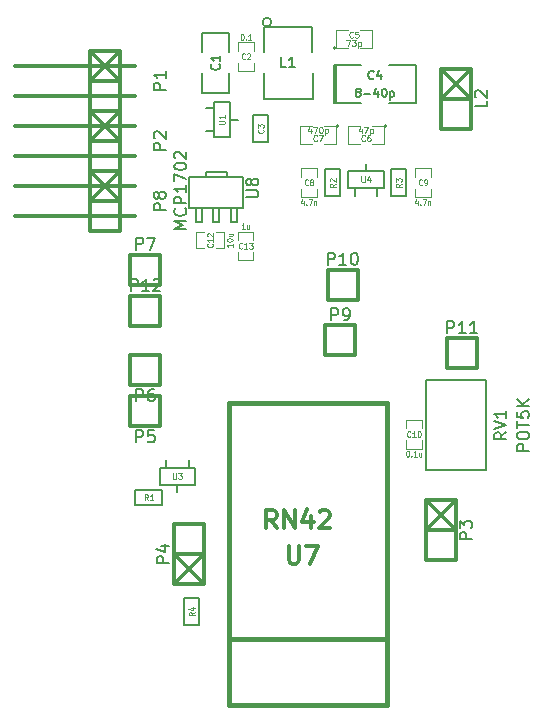
<source format=gto>
G04 (created by PCBNEW (2013-mar-13)-testing) date Fri 28 Feb 2014 04:48:04 PM CET*
%MOIN*%
G04 Gerber Fmt 3.4, Leading zero omitted, Abs format*
%FSLAX34Y34*%
G01*
G70*
G90*
G04 APERTURE LIST*
%ADD10C,0.005906*%
%ADD11C,0.005000*%
%ADD12C,0.004700*%
%ADD13C,0.003900*%
%ADD14C,0.012000*%
%ADD15C,0.015000*%
%ADD16C,0.004500*%
%ADD17C,0.004300*%
%ADD18C,0.008000*%
%ADD19C,0.007900*%
G04 APERTURE END LIST*
G54D10*
G54D11*
X43550Y-16509D02*
X42650Y-16509D01*
X42650Y-16509D02*
X42650Y-17159D01*
X43550Y-17859D02*
X43550Y-18509D01*
X43550Y-18509D02*
X42650Y-18509D01*
X42650Y-18509D02*
X42650Y-17859D01*
X43550Y-17159D02*
X43550Y-16509D01*
G54D12*
X43844Y-17506D02*
X43844Y-17781D01*
X43844Y-17112D02*
X43844Y-16837D01*
X44356Y-17506D02*
X44356Y-17781D01*
X44356Y-16837D02*
X44356Y-17112D01*
X44350Y-17781D02*
X43850Y-17781D01*
X43850Y-16837D02*
X44350Y-16837D01*
G54D11*
X44850Y-19259D02*
X44850Y-20159D01*
X44850Y-20159D02*
X44350Y-20159D01*
X44350Y-20159D02*
X44350Y-19259D01*
X44350Y-19259D02*
X44850Y-19259D01*
G54D10*
X47100Y-17579D02*
X47100Y-18839D01*
X49778Y-17579D02*
X49778Y-18839D01*
X47022Y-17579D02*
X47022Y-18839D01*
X48871Y-18841D02*
X49771Y-18841D01*
X49771Y-17577D02*
X48871Y-17577D01*
X47927Y-17579D02*
X47022Y-17579D01*
X47022Y-18839D02*
X47927Y-18839D01*
G54D13*
X47100Y-17009D02*
G75*
G03X47100Y-17009I-50J0D01*
G74*
G01*
X47500Y-17009D02*
X47100Y-17009D01*
X47100Y-17009D02*
X47100Y-16409D01*
X47100Y-16409D02*
X47500Y-16409D01*
X47900Y-16409D02*
X48300Y-16409D01*
X48300Y-16409D02*
X48300Y-17009D01*
X48300Y-17009D02*
X47900Y-17009D01*
X48800Y-19609D02*
G75*
G03X48800Y-19609I-50J0D01*
G74*
G01*
X48300Y-19609D02*
X48700Y-19609D01*
X48700Y-19609D02*
X48700Y-20209D01*
X48700Y-20209D02*
X48300Y-20209D01*
X47900Y-20209D02*
X47500Y-20209D01*
X47500Y-20209D02*
X47500Y-19609D01*
X47500Y-19609D02*
X47900Y-19609D01*
X47200Y-19609D02*
G75*
G03X47200Y-19609I-50J0D01*
G74*
G01*
X46700Y-19609D02*
X47100Y-19609D01*
X47100Y-19609D02*
X47100Y-20209D01*
X47100Y-20209D02*
X46700Y-20209D01*
X46300Y-20209D02*
X45900Y-20209D01*
X45900Y-20209D02*
X45900Y-19609D01*
X45900Y-19609D02*
X46300Y-19609D01*
G54D12*
X46456Y-21312D02*
X46456Y-21037D01*
X46456Y-21706D02*
X46456Y-21981D01*
X45944Y-21312D02*
X45944Y-21037D01*
X45944Y-21981D02*
X45944Y-21706D01*
X45950Y-21037D02*
X46450Y-21037D01*
X46450Y-21981D02*
X45950Y-21981D01*
X50256Y-21312D02*
X50256Y-21037D01*
X50256Y-21706D02*
X50256Y-21981D01*
X49744Y-21312D02*
X49744Y-21037D01*
X49744Y-21981D02*
X49744Y-21706D01*
X49750Y-21037D02*
X50250Y-21037D01*
X50250Y-21981D02*
X49750Y-21981D01*
X49956Y-29703D02*
X49956Y-29428D01*
X49956Y-30097D02*
X49956Y-30372D01*
X49444Y-29703D02*
X49444Y-29428D01*
X49444Y-30372D02*
X49444Y-30097D01*
X49450Y-29428D02*
X49950Y-29428D01*
X49950Y-30372D02*
X49450Y-30372D01*
X42716Y-23169D02*
X42441Y-23169D01*
X43110Y-23169D02*
X43385Y-23169D01*
X42716Y-23681D02*
X42441Y-23681D01*
X43385Y-23681D02*
X43110Y-23681D01*
X42441Y-23675D02*
X42441Y-23175D01*
X43385Y-23175D02*
X43385Y-23675D01*
X43838Y-23819D02*
X43838Y-24094D01*
X43838Y-23425D02*
X43838Y-23150D01*
X44350Y-23819D02*
X44350Y-24094D01*
X44350Y-23150D02*
X44350Y-23425D01*
X44344Y-24094D02*
X43844Y-24094D01*
X43844Y-23150D02*
X44344Y-23150D01*
G54D11*
X44950Y-16159D02*
G75*
G03X44950Y-16159I-150J0D01*
G74*
G01*
X46300Y-17159D02*
X46300Y-16309D01*
X46300Y-16309D02*
X44700Y-16309D01*
X44700Y-16309D02*
X44700Y-17159D01*
X46350Y-17859D02*
X46350Y-18709D01*
X46350Y-18709D02*
X44700Y-18709D01*
X44700Y-18709D02*
X44700Y-17859D01*
G54D14*
X51600Y-18709D02*
X50600Y-18709D01*
X50600Y-18709D02*
X51600Y-17709D01*
X50600Y-17709D02*
X51600Y-18709D01*
X50600Y-19709D02*
X50600Y-17709D01*
X51600Y-17709D02*
X51600Y-19709D01*
X50600Y-17709D02*
X51600Y-17709D01*
X51600Y-19709D02*
X50600Y-19709D01*
X38893Y-18110D02*
X39893Y-17110D01*
X38893Y-18110D02*
X39893Y-18110D01*
X39893Y-18110D02*
X38893Y-17110D01*
X38893Y-17110D02*
X38893Y-19110D01*
X38893Y-19110D02*
X39893Y-19110D01*
X39893Y-19110D02*
X39893Y-17110D01*
X40393Y-17610D02*
X36393Y-17610D01*
X40393Y-18610D02*
X36393Y-18610D01*
X38893Y-17110D02*
X39893Y-17110D01*
X38893Y-20118D02*
X39893Y-19118D01*
X38893Y-20118D02*
X39893Y-20118D01*
X39893Y-20118D02*
X38893Y-19118D01*
X38893Y-19118D02*
X38893Y-21118D01*
X38893Y-21118D02*
X39893Y-21118D01*
X39893Y-21118D02*
X39893Y-19118D01*
X40393Y-19618D02*
X36393Y-19618D01*
X40393Y-20618D02*
X36393Y-20618D01*
X38893Y-19118D02*
X39893Y-19118D01*
X51100Y-33100D02*
X50100Y-33100D01*
X50100Y-33100D02*
X51100Y-32100D01*
X50100Y-32100D02*
X51100Y-33100D01*
X50100Y-34100D02*
X50100Y-32100D01*
X51100Y-32100D02*
X51100Y-34100D01*
X50100Y-32100D02*
X51100Y-32100D01*
X51100Y-34100D02*
X50100Y-34100D01*
X41700Y-33900D02*
X42700Y-33900D01*
X42700Y-33900D02*
X41700Y-34900D01*
X42700Y-34900D02*
X41700Y-33900D01*
X42700Y-32900D02*
X42700Y-34900D01*
X41700Y-34900D02*
X41700Y-32900D01*
X42700Y-34900D02*
X41700Y-34900D01*
X41700Y-32900D02*
X42700Y-32900D01*
X40248Y-28633D02*
X41248Y-28633D01*
X41248Y-29633D02*
X40248Y-29633D01*
X41248Y-28633D02*
X41248Y-29633D01*
X40248Y-29633D02*
X40248Y-28633D01*
X40248Y-27255D02*
X41248Y-27255D01*
X41248Y-28255D02*
X40248Y-28255D01*
X41248Y-27255D02*
X41248Y-28255D01*
X40248Y-28255D02*
X40248Y-27255D01*
X41248Y-24909D02*
X40248Y-24909D01*
X40248Y-23909D02*
X41248Y-23909D01*
X40248Y-24909D02*
X40248Y-23909D01*
X41248Y-23909D02*
X41248Y-24909D01*
X38893Y-22125D02*
X39893Y-21125D01*
X38893Y-22125D02*
X39893Y-22125D01*
X39893Y-22125D02*
X38893Y-21125D01*
X38893Y-21125D02*
X38893Y-23125D01*
X38893Y-23125D02*
X39893Y-23125D01*
X39893Y-23125D02*
X39893Y-21125D01*
X40393Y-21625D02*
X36393Y-21625D01*
X40393Y-22625D02*
X36393Y-22625D01*
X38893Y-21125D02*
X39893Y-21125D01*
X47744Y-27271D02*
X46744Y-27271D01*
X46744Y-26271D02*
X47744Y-26271D01*
X46744Y-27271D02*
X46744Y-26271D01*
X47744Y-26271D02*
X47744Y-27271D01*
X47822Y-25421D02*
X46822Y-25421D01*
X46822Y-24421D02*
X47822Y-24421D01*
X46822Y-25421D02*
X46822Y-24421D01*
X47822Y-24421D02*
X47822Y-25421D01*
X51800Y-27700D02*
X50800Y-27700D01*
X50800Y-26700D02*
X51800Y-26700D01*
X50800Y-27700D02*
X50800Y-26700D01*
X51800Y-26700D02*
X51800Y-27700D01*
X41248Y-26287D02*
X40248Y-26287D01*
X40248Y-25287D02*
X41248Y-25287D01*
X40248Y-26287D02*
X40248Y-25287D01*
X41248Y-25287D02*
X41248Y-26287D01*
G54D11*
X40416Y-31757D02*
X41316Y-31757D01*
X41316Y-31757D02*
X41316Y-32257D01*
X41316Y-32257D02*
X40416Y-32257D01*
X40416Y-32257D02*
X40416Y-31757D01*
X46750Y-21959D02*
X46750Y-21059D01*
X46750Y-21059D02*
X47250Y-21059D01*
X47250Y-21059D02*
X47250Y-21959D01*
X47250Y-21959D02*
X46750Y-21959D01*
X48950Y-21959D02*
X48950Y-21059D01*
X48950Y-21059D02*
X49450Y-21059D01*
X49450Y-21059D02*
X49450Y-21959D01*
X49450Y-21959D02*
X48950Y-21959D01*
X42050Y-36250D02*
X42050Y-35350D01*
X42050Y-35350D02*
X42550Y-35350D01*
X42550Y-35350D02*
X42550Y-36250D01*
X42550Y-36250D02*
X42050Y-36250D01*
G54D10*
X50100Y-28100D02*
X52100Y-28100D01*
X52100Y-28100D02*
X52100Y-31100D01*
X52100Y-31100D02*
X50100Y-31100D01*
X50100Y-31100D02*
X50100Y-28100D01*
G54D11*
X43025Y-19784D02*
X42765Y-19784D01*
X43025Y-19034D02*
X42765Y-19034D01*
X43575Y-19409D02*
X43835Y-19409D01*
X43575Y-18819D02*
X43575Y-19999D01*
X43575Y-19999D02*
X43025Y-19999D01*
X43025Y-19999D02*
X43025Y-18819D01*
X43025Y-18819D02*
X43575Y-18819D01*
X41436Y-31024D02*
X41436Y-30764D01*
X42186Y-31024D02*
X42186Y-30764D01*
X41811Y-31574D02*
X41811Y-31834D01*
X42401Y-31574D02*
X41221Y-31574D01*
X41221Y-31574D02*
X41221Y-31024D01*
X41221Y-31024D02*
X42401Y-31024D01*
X42401Y-31024D02*
X42401Y-31574D01*
X48475Y-21684D02*
X48475Y-21944D01*
X47725Y-21684D02*
X47725Y-21944D01*
X48100Y-21134D02*
X48100Y-20874D01*
X47510Y-21134D02*
X48690Y-21134D01*
X48690Y-21134D02*
X48690Y-21684D01*
X48690Y-21684D02*
X47510Y-21684D01*
X47510Y-21684D02*
X47510Y-21134D01*
G54D15*
X48818Y-36732D02*
X48818Y-38937D01*
X48818Y-38937D02*
X43542Y-38937D01*
X43542Y-38937D02*
X43542Y-36732D01*
X48818Y-28858D02*
X48818Y-36732D01*
X48818Y-36732D02*
X43542Y-36732D01*
X43542Y-36732D02*
X43542Y-28858D01*
X43542Y-28858D02*
X48818Y-28858D01*
G54D11*
X43600Y-22835D02*
X43800Y-22835D01*
X43800Y-22835D02*
X43800Y-22365D01*
X43600Y-22835D02*
X43600Y-22365D01*
X43010Y-22835D02*
X43010Y-22365D01*
X43210Y-22835D02*
X43210Y-22365D01*
X43010Y-22835D02*
X43210Y-22835D01*
X42420Y-22835D02*
X42620Y-22835D01*
X42620Y-22835D02*
X42620Y-22365D01*
X42420Y-22835D02*
X42420Y-22365D01*
X42755Y-21140D02*
X43465Y-21140D01*
X43465Y-21140D02*
X43465Y-21335D01*
X42755Y-21140D02*
X42755Y-21335D01*
X42205Y-22365D02*
X42205Y-21335D01*
X42205Y-21335D02*
X44015Y-21335D01*
X44015Y-21335D02*
X44015Y-22365D01*
X44015Y-22365D02*
X42205Y-22365D01*
X43207Y-17559D02*
X43221Y-17573D01*
X43235Y-17616D01*
X43235Y-17645D01*
X43221Y-17688D01*
X43192Y-17716D01*
X43164Y-17730D01*
X43107Y-17745D01*
X43064Y-17745D01*
X43007Y-17730D01*
X42978Y-17716D01*
X42950Y-17688D01*
X42935Y-17645D01*
X42935Y-17616D01*
X42950Y-17573D01*
X42964Y-17559D01*
X43235Y-17273D02*
X43235Y-17445D01*
X43235Y-17359D02*
X42935Y-17359D01*
X42978Y-17388D01*
X43007Y-17416D01*
X43021Y-17445D01*
G54D16*
X44070Y-17380D02*
X44061Y-17390D01*
X44035Y-17399D01*
X44018Y-17399D01*
X43992Y-17390D01*
X43975Y-17371D01*
X43967Y-17352D01*
X43958Y-17314D01*
X43958Y-17285D01*
X43967Y-17247D01*
X43975Y-17228D01*
X43992Y-17209D01*
X44018Y-17199D01*
X44035Y-17199D01*
X44061Y-17209D01*
X44070Y-17218D01*
X44138Y-17218D02*
X44147Y-17209D01*
X44164Y-17199D01*
X44207Y-17199D01*
X44224Y-17209D01*
X44232Y-17218D01*
X44241Y-17238D01*
X44241Y-17257D01*
X44232Y-17285D01*
X44130Y-17399D01*
X44241Y-17399D01*
X43962Y-16549D02*
X43980Y-16549D01*
X43997Y-16559D01*
X44005Y-16568D01*
X44014Y-16588D01*
X44022Y-16626D01*
X44022Y-16673D01*
X44014Y-16711D01*
X44005Y-16730D01*
X43997Y-16740D01*
X43980Y-16749D01*
X43962Y-16749D01*
X43945Y-16740D01*
X43937Y-16730D01*
X43928Y-16711D01*
X43920Y-16673D01*
X43920Y-16626D01*
X43928Y-16588D01*
X43937Y-16568D01*
X43945Y-16559D01*
X43962Y-16549D01*
X44100Y-16730D02*
X44108Y-16740D01*
X44100Y-16749D01*
X44091Y-16740D01*
X44100Y-16730D01*
X44100Y-16749D01*
X44280Y-16749D02*
X44177Y-16749D01*
X44228Y-16749D02*
X44228Y-16549D01*
X44211Y-16578D01*
X44194Y-16597D01*
X44177Y-16607D01*
X44671Y-19739D02*
X44680Y-19748D01*
X44690Y-19773D01*
X44690Y-19790D01*
X44680Y-19816D01*
X44661Y-19833D01*
X44642Y-19842D01*
X44604Y-19850D01*
X44576Y-19850D01*
X44538Y-19842D01*
X44519Y-19833D01*
X44500Y-19816D01*
X44490Y-19790D01*
X44490Y-19773D01*
X44500Y-19748D01*
X44509Y-19739D01*
X44490Y-19679D02*
X44490Y-19568D01*
X44566Y-19628D01*
X44566Y-19602D01*
X44576Y-19585D01*
X44585Y-19576D01*
X44604Y-19568D01*
X44652Y-19568D01*
X44671Y-19576D01*
X44680Y-19585D01*
X44690Y-19602D01*
X44690Y-19653D01*
X44680Y-19670D01*
X44671Y-19679D01*
G54D11*
X48354Y-18032D02*
X48340Y-18045D01*
X48301Y-18058D01*
X48275Y-18058D01*
X48235Y-18045D01*
X48209Y-18019D01*
X48196Y-17993D01*
X48183Y-17940D01*
X48183Y-17901D01*
X48196Y-17848D01*
X48209Y-17822D01*
X48235Y-17795D01*
X48275Y-17782D01*
X48301Y-17782D01*
X48340Y-17795D01*
X48354Y-17809D01*
X48590Y-17874D02*
X48590Y-18058D01*
X48524Y-17769D02*
X48459Y-17966D01*
X48630Y-17966D01*
X47815Y-18491D02*
X47788Y-18478D01*
X47775Y-18465D01*
X47762Y-18438D01*
X47762Y-18425D01*
X47775Y-18399D01*
X47788Y-18386D01*
X47815Y-18373D01*
X47867Y-18373D01*
X47894Y-18386D01*
X47907Y-18399D01*
X47920Y-18425D01*
X47920Y-18438D01*
X47907Y-18465D01*
X47894Y-18478D01*
X47867Y-18491D01*
X47815Y-18491D01*
X47788Y-18504D01*
X47775Y-18517D01*
X47762Y-18544D01*
X47762Y-18596D01*
X47775Y-18622D01*
X47788Y-18636D01*
X47815Y-18649D01*
X47867Y-18649D01*
X47894Y-18636D01*
X47907Y-18622D01*
X47920Y-18596D01*
X47920Y-18544D01*
X47907Y-18517D01*
X47894Y-18504D01*
X47867Y-18491D01*
X48038Y-18544D02*
X48248Y-18544D01*
X48498Y-18465D02*
X48498Y-18649D01*
X48432Y-18360D02*
X48367Y-18557D01*
X48538Y-18557D01*
X48695Y-18373D02*
X48722Y-18373D01*
X48748Y-18386D01*
X48761Y-18399D01*
X48774Y-18425D01*
X48787Y-18478D01*
X48787Y-18544D01*
X48774Y-18596D01*
X48761Y-18622D01*
X48748Y-18636D01*
X48722Y-18649D01*
X48695Y-18649D01*
X48669Y-18636D01*
X48656Y-18622D01*
X48643Y-18596D01*
X48630Y-18544D01*
X48630Y-18478D01*
X48643Y-18425D01*
X48656Y-18399D01*
X48669Y-18386D01*
X48695Y-18373D01*
X48906Y-18465D02*
X48906Y-18741D01*
X48906Y-18478D02*
X48932Y-18465D01*
X48984Y-18465D01*
X49011Y-18478D01*
X49024Y-18491D01*
X49037Y-18517D01*
X49037Y-18596D01*
X49024Y-18622D01*
X49011Y-18636D01*
X48984Y-18649D01*
X48932Y-18649D01*
X48906Y-18636D01*
G54D17*
X47667Y-16654D02*
X47657Y-16664D01*
X47629Y-16673D01*
X47610Y-16673D01*
X47582Y-16664D01*
X47563Y-16645D01*
X47554Y-16626D01*
X47545Y-16589D01*
X47545Y-16560D01*
X47554Y-16523D01*
X47563Y-16504D01*
X47582Y-16485D01*
X47610Y-16476D01*
X47629Y-16476D01*
X47657Y-16485D01*
X47667Y-16495D01*
X47845Y-16476D02*
X47751Y-16476D01*
X47742Y-16570D01*
X47751Y-16560D01*
X47770Y-16551D01*
X47817Y-16551D01*
X47836Y-16560D01*
X47845Y-16570D01*
X47854Y-16589D01*
X47854Y-16636D01*
X47845Y-16654D01*
X47836Y-16664D01*
X47817Y-16673D01*
X47770Y-16673D01*
X47751Y-16664D01*
X47742Y-16654D01*
X47451Y-16751D02*
X47582Y-16751D01*
X47498Y-16948D01*
X47639Y-16751D02*
X47760Y-16751D01*
X47695Y-16826D01*
X47723Y-16826D01*
X47742Y-16835D01*
X47751Y-16845D01*
X47760Y-16864D01*
X47760Y-16911D01*
X47751Y-16929D01*
X47742Y-16939D01*
X47723Y-16948D01*
X47667Y-16948D01*
X47648Y-16939D01*
X47639Y-16929D01*
X47845Y-16817D02*
X47845Y-17014D01*
X47845Y-16826D02*
X47864Y-16817D01*
X47901Y-16817D01*
X47920Y-16826D01*
X47929Y-16835D01*
X47939Y-16854D01*
X47939Y-16911D01*
X47929Y-16929D01*
X47920Y-16939D01*
X47901Y-16948D01*
X47864Y-16948D01*
X47845Y-16939D01*
X48067Y-20104D02*
X48057Y-20114D01*
X48029Y-20123D01*
X48010Y-20123D01*
X47982Y-20114D01*
X47963Y-20095D01*
X47954Y-20076D01*
X47945Y-20039D01*
X47945Y-20010D01*
X47954Y-19973D01*
X47963Y-19954D01*
X47982Y-19935D01*
X48010Y-19926D01*
X48029Y-19926D01*
X48057Y-19935D01*
X48067Y-19945D01*
X48236Y-19926D02*
X48198Y-19926D01*
X48179Y-19935D01*
X48170Y-19945D01*
X48151Y-19973D01*
X48142Y-20010D01*
X48142Y-20086D01*
X48151Y-20104D01*
X48160Y-20114D01*
X48179Y-20123D01*
X48217Y-20123D01*
X48236Y-20114D01*
X48245Y-20104D01*
X48254Y-20086D01*
X48254Y-20039D01*
X48245Y-20020D01*
X48236Y-20010D01*
X48217Y-20001D01*
X48179Y-20001D01*
X48160Y-20010D01*
X48151Y-20020D01*
X48142Y-20039D01*
X47954Y-19717D02*
X47954Y-19848D01*
X47907Y-19642D02*
X47860Y-19782D01*
X47982Y-19782D01*
X48039Y-19651D02*
X48170Y-19651D01*
X48085Y-19848D01*
X48245Y-19717D02*
X48245Y-19914D01*
X48245Y-19726D02*
X48264Y-19717D01*
X48301Y-19717D01*
X48320Y-19726D01*
X48329Y-19735D01*
X48339Y-19754D01*
X48339Y-19811D01*
X48329Y-19829D01*
X48320Y-19839D01*
X48301Y-19848D01*
X48264Y-19848D01*
X48245Y-19839D01*
X46467Y-20104D02*
X46457Y-20114D01*
X46429Y-20123D01*
X46410Y-20123D01*
X46382Y-20114D01*
X46363Y-20095D01*
X46354Y-20076D01*
X46345Y-20039D01*
X46345Y-20010D01*
X46354Y-19973D01*
X46363Y-19954D01*
X46382Y-19935D01*
X46410Y-19926D01*
X46429Y-19926D01*
X46457Y-19935D01*
X46467Y-19945D01*
X46532Y-19926D02*
X46664Y-19926D01*
X46579Y-20123D01*
X46260Y-19717D02*
X46260Y-19848D01*
X46213Y-19642D02*
X46166Y-19782D01*
X46288Y-19782D01*
X46345Y-19651D02*
X46476Y-19651D01*
X46392Y-19848D01*
X46589Y-19651D02*
X46607Y-19651D01*
X46626Y-19660D01*
X46636Y-19670D01*
X46645Y-19689D01*
X46654Y-19726D01*
X46654Y-19773D01*
X46645Y-19811D01*
X46636Y-19829D01*
X46626Y-19839D01*
X46607Y-19848D01*
X46589Y-19848D01*
X46570Y-19839D01*
X46560Y-19829D01*
X46551Y-19811D01*
X46542Y-19773D01*
X46542Y-19726D01*
X46551Y-19689D01*
X46560Y-19670D01*
X46570Y-19660D01*
X46589Y-19651D01*
X46739Y-19717D02*
X46739Y-19914D01*
X46739Y-19726D02*
X46757Y-19717D01*
X46795Y-19717D01*
X46814Y-19726D01*
X46823Y-19735D01*
X46833Y-19754D01*
X46833Y-19811D01*
X46823Y-19829D01*
X46814Y-19839D01*
X46795Y-19848D01*
X46757Y-19848D01*
X46739Y-19839D01*
G54D16*
X46170Y-21580D02*
X46161Y-21590D01*
X46135Y-21599D01*
X46118Y-21599D01*
X46092Y-21590D01*
X46075Y-21571D01*
X46067Y-21552D01*
X46058Y-21514D01*
X46058Y-21485D01*
X46067Y-21447D01*
X46075Y-21428D01*
X46092Y-21409D01*
X46118Y-21399D01*
X46135Y-21399D01*
X46161Y-21409D01*
X46170Y-21418D01*
X46272Y-21485D02*
X46255Y-21476D01*
X46247Y-21466D01*
X46238Y-21447D01*
X46238Y-21438D01*
X46247Y-21418D01*
X46255Y-21409D01*
X46272Y-21399D01*
X46307Y-21399D01*
X46324Y-21409D01*
X46332Y-21418D01*
X46341Y-21438D01*
X46341Y-21447D01*
X46332Y-21466D01*
X46324Y-21476D01*
X46307Y-21485D01*
X46272Y-21485D01*
X46255Y-21495D01*
X46247Y-21504D01*
X46238Y-21523D01*
X46238Y-21561D01*
X46247Y-21580D01*
X46255Y-21590D01*
X46272Y-21599D01*
X46307Y-21599D01*
X46324Y-21590D01*
X46332Y-21580D01*
X46341Y-21561D01*
X46341Y-21523D01*
X46332Y-21504D01*
X46324Y-21495D01*
X46307Y-21485D01*
X46024Y-22116D02*
X46024Y-22249D01*
X45981Y-22040D02*
X45938Y-22183D01*
X46050Y-22183D01*
X46118Y-22230D02*
X46127Y-22240D01*
X46118Y-22249D01*
X46110Y-22240D01*
X46118Y-22230D01*
X46118Y-22249D01*
X46187Y-22049D02*
X46307Y-22049D01*
X46230Y-22249D01*
X46375Y-22116D02*
X46375Y-22249D01*
X46375Y-22135D02*
X46384Y-22126D01*
X46401Y-22116D01*
X46427Y-22116D01*
X46444Y-22126D01*
X46452Y-22145D01*
X46452Y-22249D01*
X49970Y-21580D02*
X49961Y-21590D01*
X49935Y-21599D01*
X49918Y-21599D01*
X49892Y-21590D01*
X49875Y-21571D01*
X49867Y-21552D01*
X49858Y-21514D01*
X49858Y-21485D01*
X49867Y-21447D01*
X49875Y-21428D01*
X49892Y-21409D01*
X49918Y-21399D01*
X49935Y-21399D01*
X49961Y-21409D01*
X49970Y-21418D01*
X50055Y-21599D02*
X50090Y-21599D01*
X50107Y-21590D01*
X50115Y-21580D01*
X50132Y-21552D01*
X50141Y-21514D01*
X50141Y-21438D01*
X50132Y-21418D01*
X50124Y-21409D01*
X50107Y-21399D01*
X50072Y-21399D01*
X50055Y-21409D01*
X50047Y-21418D01*
X50038Y-21438D01*
X50038Y-21485D01*
X50047Y-21504D01*
X50055Y-21514D01*
X50072Y-21523D01*
X50107Y-21523D01*
X50124Y-21514D01*
X50132Y-21504D01*
X50141Y-21485D01*
X49824Y-22116D02*
X49824Y-22249D01*
X49781Y-22040D02*
X49738Y-22183D01*
X49850Y-22183D01*
X49918Y-22230D02*
X49927Y-22240D01*
X49918Y-22249D01*
X49910Y-22240D01*
X49918Y-22230D01*
X49918Y-22249D01*
X49987Y-22049D02*
X50107Y-22049D01*
X50030Y-22249D01*
X50175Y-22116D02*
X50175Y-22249D01*
X50175Y-22135D02*
X50184Y-22126D01*
X50201Y-22116D01*
X50227Y-22116D01*
X50244Y-22126D01*
X50252Y-22145D01*
X50252Y-22249D01*
X49584Y-29971D02*
X49575Y-29980D01*
X49550Y-29990D01*
X49532Y-29990D01*
X49507Y-29980D01*
X49490Y-29961D01*
X49481Y-29942D01*
X49472Y-29904D01*
X49472Y-29876D01*
X49481Y-29838D01*
X49490Y-29819D01*
X49507Y-29800D01*
X49532Y-29790D01*
X49550Y-29790D01*
X49575Y-29800D01*
X49584Y-29809D01*
X49755Y-29990D02*
X49652Y-29990D01*
X49704Y-29990D02*
X49704Y-29790D01*
X49687Y-29819D01*
X49670Y-29838D01*
X49652Y-29847D01*
X49867Y-29790D02*
X49884Y-29790D01*
X49901Y-29800D01*
X49910Y-29809D01*
X49918Y-29828D01*
X49927Y-29866D01*
X49927Y-29914D01*
X49918Y-29952D01*
X49910Y-29971D01*
X49901Y-29980D01*
X49884Y-29990D01*
X49867Y-29990D01*
X49850Y-29980D01*
X49841Y-29971D01*
X49832Y-29952D01*
X49824Y-29914D01*
X49824Y-29866D01*
X49832Y-29828D01*
X49841Y-29809D01*
X49850Y-29800D01*
X49867Y-29790D01*
X49481Y-30440D02*
X49498Y-30440D01*
X49515Y-30450D01*
X49524Y-30459D01*
X49532Y-30478D01*
X49541Y-30516D01*
X49541Y-30564D01*
X49532Y-30602D01*
X49524Y-30621D01*
X49515Y-30630D01*
X49498Y-30640D01*
X49481Y-30640D01*
X49464Y-30630D01*
X49455Y-30621D01*
X49447Y-30602D01*
X49438Y-30564D01*
X49438Y-30516D01*
X49447Y-30478D01*
X49455Y-30459D01*
X49464Y-30450D01*
X49481Y-30440D01*
X49618Y-30621D02*
X49627Y-30630D01*
X49618Y-30640D01*
X49610Y-30630D01*
X49618Y-30621D01*
X49618Y-30640D01*
X49798Y-30640D02*
X49695Y-30640D01*
X49747Y-30640D02*
X49747Y-30440D01*
X49730Y-30469D01*
X49712Y-30488D01*
X49695Y-30497D01*
X49952Y-30507D02*
X49952Y-30640D01*
X49875Y-30507D02*
X49875Y-30611D01*
X49884Y-30630D01*
X49901Y-30640D01*
X49927Y-30640D01*
X49944Y-30630D01*
X49952Y-30621D01*
X42984Y-23540D02*
X42994Y-23549D01*
X43003Y-23575D01*
X43003Y-23592D01*
X42994Y-23618D01*
X42975Y-23635D01*
X42956Y-23643D01*
X42918Y-23652D01*
X42889Y-23652D01*
X42851Y-23643D01*
X42832Y-23635D01*
X42813Y-23618D01*
X42803Y-23592D01*
X42803Y-23575D01*
X42813Y-23549D01*
X42822Y-23540D01*
X43003Y-23369D02*
X43003Y-23472D01*
X43003Y-23420D02*
X42803Y-23420D01*
X42832Y-23438D01*
X42851Y-23455D01*
X42861Y-23472D01*
X42822Y-23300D02*
X42813Y-23292D01*
X42803Y-23275D01*
X42803Y-23232D01*
X42813Y-23215D01*
X42822Y-23206D01*
X42841Y-23198D01*
X42861Y-23198D01*
X42889Y-23206D01*
X43003Y-23309D01*
X43003Y-23198D01*
X43653Y-23540D02*
X43653Y-23643D01*
X43653Y-23592D02*
X43453Y-23592D01*
X43482Y-23609D01*
X43501Y-23626D01*
X43511Y-23643D01*
X43453Y-23429D02*
X43453Y-23412D01*
X43463Y-23395D01*
X43472Y-23386D01*
X43491Y-23378D01*
X43530Y-23369D01*
X43577Y-23369D01*
X43615Y-23378D01*
X43634Y-23386D01*
X43644Y-23395D01*
X43653Y-23412D01*
X43653Y-23429D01*
X43644Y-23446D01*
X43634Y-23455D01*
X43615Y-23463D01*
X43577Y-23472D01*
X43530Y-23472D01*
X43491Y-23463D01*
X43472Y-23455D01*
X43463Y-23446D01*
X43453Y-23429D01*
X43520Y-23215D02*
X43653Y-23215D01*
X43520Y-23292D02*
X43625Y-23292D01*
X43644Y-23283D01*
X43653Y-23266D01*
X43653Y-23240D01*
X43644Y-23223D01*
X43634Y-23215D01*
X43978Y-23693D02*
X43970Y-23702D01*
X43944Y-23712D01*
X43927Y-23712D01*
X43901Y-23702D01*
X43884Y-23683D01*
X43875Y-23664D01*
X43867Y-23626D01*
X43867Y-23598D01*
X43875Y-23560D01*
X43884Y-23541D01*
X43901Y-23522D01*
X43927Y-23512D01*
X43944Y-23512D01*
X43970Y-23522D01*
X43978Y-23531D01*
X44150Y-23712D02*
X44047Y-23712D01*
X44098Y-23712D02*
X44098Y-23512D01*
X44081Y-23541D01*
X44064Y-23560D01*
X44047Y-23569D01*
X44210Y-23512D02*
X44321Y-23512D01*
X44261Y-23588D01*
X44287Y-23588D01*
X44304Y-23598D01*
X44313Y-23607D01*
X44321Y-23626D01*
X44321Y-23674D01*
X44313Y-23693D01*
X44304Y-23702D01*
X44287Y-23712D01*
X44235Y-23712D01*
X44218Y-23702D01*
X44210Y-23693D01*
X44064Y-23062D02*
X43961Y-23062D01*
X44013Y-23062D02*
X44013Y-22862D01*
X43995Y-22891D01*
X43978Y-22910D01*
X43961Y-22919D01*
X44218Y-22929D02*
X44218Y-23062D01*
X44141Y-22929D02*
X44141Y-23033D01*
X44150Y-23052D01*
X44167Y-23062D01*
X44193Y-23062D01*
X44210Y-23052D01*
X44218Y-23043D01*
G54D11*
X45441Y-17667D02*
X45275Y-17667D01*
X45275Y-17317D01*
X45741Y-17667D02*
X45541Y-17667D01*
X45641Y-17667D02*
X45641Y-17317D01*
X45608Y-17367D01*
X45575Y-17401D01*
X45541Y-17417D01*
G54D18*
X52130Y-18776D02*
X52130Y-18966D01*
X51730Y-18966D01*
X51769Y-18661D02*
X51750Y-18642D01*
X51730Y-18604D01*
X51730Y-18509D01*
X51750Y-18471D01*
X51769Y-18452D01*
X51807Y-18433D01*
X51845Y-18433D01*
X51902Y-18452D01*
X52130Y-18680D01*
X52130Y-18433D01*
X41424Y-18405D02*
X41024Y-18405D01*
X41024Y-18253D01*
X41043Y-18214D01*
X41062Y-18195D01*
X41100Y-18176D01*
X41157Y-18176D01*
X41196Y-18195D01*
X41215Y-18214D01*
X41234Y-18253D01*
X41234Y-18405D01*
X41424Y-17795D02*
X41424Y-18024D01*
X41424Y-17910D02*
X41024Y-17910D01*
X41081Y-17948D01*
X41119Y-17986D01*
X41138Y-18024D01*
X41424Y-20413D02*
X41024Y-20413D01*
X41024Y-20260D01*
X41043Y-20222D01*
X41062Y-20203D01*
X41100Y-20184D01*
X41157Y-20184D01*
X41196Y-20203D01*
X41215Y-20222D01*
X41234Y-20260D01*
X41234Y-20413D01*
X41062Y-20032D02*
X41043Y-20013D01*
X41024Y-19975D01*
X41024Y-19880D01*
X41043Y-19841D01*
X41062Y-19822D01*
X41100Y-19803D01*
X41138Y-19803D01*
X41196Y-19822D01*
X41424Y-20051D01*
X41424Y-19803D01*
X51630Y-33395D02*
X51230Y-33395D01*
X51230Y-33242D01*
X51250Y-33204D01*
X51269Y-33185D01*
X51307Y-33166D01*
X51364Y-33166D01*
X51402Y-33185D01*
X51421Y-33204D01*
X51440Y-33242D01*
X51440Y-33395D01*
X51230Y-33033D02*
X51230Y-32785D01*
X51383Y-32919D01*
X51383Y-32861D01*
X51402Y-32823D01*
X51421Y-32804D01*
X51459Y-32785D01*
X51554Y-32785D01*
X51592Y-32804D01*
X51611Y-32823D01*
X51630Y-32861D01*
X51630Y-32976D01*
X51611Y-33014D01*
X51592Y-33033D01*
X41530Y-34195D02*
X41130Y-34195D01*
X41130Y-34042D01*
X41150Y-34004D01*
X41169Y-33985D01*
X41207Y-33966D01*
X41264Y-33966D01*
X41302Y-33985D01*
X41321Y-34004D01*
X41340Y-34042D01*
X41340Y-34195D01*
X41264Y-33623D02*
X41530Y-33623D01*
X41111Y-33719D02*
X41397Y-33814D01*
X41397Y-33566D01*
X40452Y-30164D02*
X40452Y-29764D01*
X40605Y-29764D01*
X40643Y-29783D01*
X40662Y-29802D01*
X40681Y-29841D01*
X40681Y-29898D01*
X40662Y-29936D01*
X40643Y-29955D01*
X40605Y-29974D01*
X40452Y-29974D01*
X41043Y-29764D02*
X40852Y-29764D01*
X40833Y-29955D01*
X40852Y-29936D01*
X40890Y-29917D01*
X40986Y-29917D01*
X41024Y-29936D01*
X41043Y-29955D01*
X41062Y-29993D01*
X41062Y-30088D01*
X41043Y-30126D01*
X41024Y-30145D01*
X40986Y-30164D01*
X40890Y-30164D01*
X40852Y-30145D01*
X40833Y-30126D01*
X40452Y-28786D02*
X40452Y-28386D01*
X40605Y-28386D01*
X40643Y-28405D01*
X40662Y-28424D01*
X40681Y-28463D01*
X40681Y-28520D01*
X40662Y-28558D01*
X40643Y-28577D01*
X40605Y-28596D01*
X40452Y-28596D01*
X41024Y-28386D02*
X40948Y-28386D01*
X40909Y-28405D01*
X40890Y-28424D01*
X40852Y-28482D01*
X40833Y-28558D01*
X40833Y-28710D01*
X40852Y-28748D01*
X40871Y-28767D01*
X40909Y-28786D01*
X40986Y-28786D01*
X41024Y-28767D01*
X41043Y-28748D01*
X41062Y-28710D01*
X41062Y-28615D01*
X41043Y-28577D01*
X41024Y-28558D01*
X40986Y-28539D01*
X40909Y-28539D01*
X40871Y-28558D01*
X40852Y-28577D01*
X40833Y-28615D01*
X40452Y-23740D02*
X40452Y-23340D01*
X40605Y-23340D01*
X40643Y-23359D01*
X40662Y-23378D01*
X40681Y-23416D01*
X40681Y-23473D01*
X40662Y-23511D01*
X40643Y-23530D01*
X40605Y-23549D01*
X40452Y-23549D01*
X40814Y-23340D02*
X41081Y-23340D01*
X40909Y-23740D01*
X41424Y-22421D02*
X41024Y-22421D01*
X41024Y-22268D01*
X41043Y-22230D01*
X41062Y-22211D01*
X41100Y-22192D01*
X41157Y-22192D01*
X41196Y-22211D01*
X41215Y-22230D01*
X41234Y-22268D01*
X41234Y-22421D01*
X41196Y-21964D02*
X41177Y-22002D01*
X41157Y-22021D01*
X41119Y-22040D01*
X41100Y-22040D01*
X41062Y-22021D01*
X41043Y-22002D01*
X41024Y-21964D01*
X41024Y-21887D01*
X41043Y-21849D01*
X41062Y-21830D01*
X41100Y-21811D01*
X41119Y-21811D01*
X41157Y-21830D01*
X41177Y-21849D01*
X41196Y-21887D01*
X41196Y-21964D01*
X41215Y-22002D01*
X41234Y-22021D01*
X41272Y-22040D01*
X41348Y-22040D01*
X41386Y-22021D01*
X41405Y-22002D01*
X41424Y-21964D01*
X41424Y-21887D01*
X41405Y-21849D01*
X41386Y-21830D01*
X41348Y-21811D01*
X41272Y-21811D01*
X41234Y-21830D01*
X41215Y-21849D01*
X41196Y-21887D01*
X46948Y-26102D02*
X46948Y-25702D01*
X47101Y-25702D01*
X47139Y-25721D01*
X47158Y-25740D01*
X47177Y-25778D01*
X47177Y-25835D01*
X47158Y-25874D01*
X47139Y-25893D01*
X47101Y-25912D01*
X46948Y-25912D01*
X47367Y-26102D02*
X47444Y-26102D01*
X47482Y-26083D01*
X47501Y-26064D01*
X47539Y-26007D01*
X47558Y-25931D01*
X47558Y-25778D01*
X47539Y-25740D01*
X47520Y-25721D01*
X47482Y-25702D01*
X47405Y-25702D01*
X47367Y-25721D01*
X47348Y-25740D01*
X47329Y-25778D01*
X47329Y-25874D01*
X47348Y-25912D01*
X47367Y-25931D01*
X47405Y-25950D01*
X47482Y-25950D01*
X47520Y-25931D01*
X47539Y-25912D01*
X47558Y-25874D01*
X46837Y-24252D02*
X46837Y-23852D01*
X46989Y-23852D01*
X47027Y-23871D01*
X47046Y-23890D01*
X47065Y-23928D01*
X47065Y-23985D01*
X47046Y-24023D01*
X47027Y-24042D01*
X46989Y-24061D01*
X46837Y-24061D01*
X47446Y-24252D02*
X47218Y-24252D01*
X47332Y-24252D02*
X47332Y-23852D01*
X47294Y-23909D01*
X47256Y-23947D01*
X47218Y-23966D01*
X47694Y-23852D02*
X47732Y-23852D01*
X47770Y-23871D01*
X47789Y-23890D01*
X47808Y-23928D01*
X47827Y-24004D01*
X47827Y-24099D01*
X47808Y-24176D01*
X47789Y-24214D01*
X47770Y-24233D01*
X47732Y-24252D01*
X47694Y-24252D01*
X47656Y-24233D01*
X47637Y-24214D01*
X47618Y-24176D01*
X47599Y-24099D01*
X47599Y-24004D01*
X47618Y-23928D01*
X47637Y-23890D01*
X47656Y-23871D01*
X47694Y-23852D01*
X50814Y-26530D02*
X50814Y-26130D01*
X50966Y-26130D01*
X51004Y-26150D01*
X51023Y-26169D01*
X51042Y-26207D01*
X51042Y-26264D01*
X51023Y-26302D01*
X51004Y-26321D01*
X50966Y-26340D01*
X50814Y-26340D01*
X51423Y-26530D02*
X51195Y-26530D01*
X51309Y-26530D02*
X51309Y-26130D01*
X51271Y-26188D01*
X51233Y-26226D01*
X51195Y-26245D01*
X51804Y-26530D02*
X51576Y-26530D01*
X51690Y-26530D02*
X51690Y-26130D01*
X51652Y-26188D01*
X51614Y-26226D01*
X51576Y-26245D01*
X40262Y-25118D02*
X40262Y-24718D01*
X40414Y-24718D01*
X40452Y-24737D01*
X40471Y-24756D01*
X40490Y-24794D01*
X40490Y-24851D01*
X40471Y-24889D01*
X40452Y-24908D01*
X40414Y-24927D01*
X40262Y-24927D01*
X40871Y-25118D02*
X40643Y-25118D01*
X40757Y-25118D02*
X40757Y-24718D01*
X40719Y-24775D01*
X40681Y-24813D01*
X40643Y-24832D01*
X41024Y-24756D02*
X41043Y-24737D01*
X41081Y-24718D01*
X41176Y-24718D01*
X41214Y-24737D01*
X41233Y-24756D01*
X41252Y-24794D01*
X41252Y-24832D01*
X41233Y-24889D01*
X41005Y-25118D01*
X41252Y-25118D01*
G54D16*
X40836Y-32098D02*
X40776Y-32003D01*
X40733Y-32098D02*
X40733Y-31898D01*
X40801Y-31898D01*
X40818Y-31907D01*
X40827Y-31917D01*
X40836Y-31936D01*
X40836Y-31965D01*
X40827Y-31984D01*
X40818Y-31993D01*
X40801Y-32003D01*
X40733Y-32003D01*
X41007Y-32098D02*
X40904Y-32098D01*
X40956Y-32098D02*
X40956Y-31898D01*
X40938Y-31926D01*
X40921Y-31945D01*
X40904Y-31955D01*
X47090Y-21539D02*
X46995Y-21599D01*
X47090Y-21642D02*
X46890Y-21642D01*
X46890Y-21573D01*
X46900Y-21556D01*
X46909Y-21548D01*
X46928Y-21539D01*
X46957Y-21539D01*
X46976Y-21548D01*
X46985Y-21556D01*
X46995Y-21573D01*
X46995Y-21642D01*
X46909Y-21470D02*
X46900Y-21462D01*
X46890Y-21445D01*
X46890Y-21402D01*
X46900Y-21385D01*
X46909Y-21376D01*
X46928Y-21368D01*
X46947Y-21368D01*
X46976Y-21376D01*
X47090Y-21479D01*
X47090Y-21368D01*
X49290Y-21539D02*
X49195Y-21599D01*
X49290Y-21642D02*
X49090Y-21642D01*
X49090Y-21573D01*
X49100Y-21556D01*
X49109Y-21548D01*
X49128Y-21539D01*
X49157Y-21539D01*
X49176Y-21548D01*
X49185Y-21556D01*
X49195Y-21573D01*
X49195Y-21642D01*
X49090Y-21479D02*
X49090Y-21368D01*
X49166Y-21428D01*
X49166Y-21402D01*
X49176Y-21385D01*
X49185Y-21376D01*
X49204Y-21368D01*
X49252Y-21368D01*
X49271Y-21376D01*
X49280Y-21385D01*
X49290Y-21402D01*
X49290Y-21453D01*
X49280Y-21470D01*
X49271Y-21479D01*
X42390Y-35830D02*
X42295Y-35890D01*
X42390Y-35932D02*
X42190Y-35932D01*
X42190Y-35864D01*
X42200Y-35847D01*
X42209Y-35838D01*
X42228Y-35830D01*
X42257Y-35830D01*
X42276Y-35838D01*
X42285Y-35847D01*
X42295Y-35864D01*
X42295Y-35932D01*
X42257Y-35675D02*
X42390Y-35675D01*
X42180Y-35718D02*
X42323Y-35761D01*
X42323Y-35650D01*
G54D10*
X52778Y-29834D02*
X52590Y-29965D01*
X52778Y-30059D02*
X52384Y-30059D01*
X52384Y-29909D01*
X52403Y-29871D01*
X52421Y-29853D01*
X52459Y-29834D01*
X52515Y-29834D01*
X52553Y-29853D01*
X52571Y-29871D01*
X52590Y-29909D01*
X52590Y-30059D01*
X52384Y-29721D02*
X52778Y-29590D01*
X52384Y-29459D01*
X52778Y-29121D02*
X52778Y-29346D01*
X52778Y-29234D02*
X52384Y-29234D01*
X52440Y-29271D01*
X52478Y-29309D01*
X52496Y-29346D01*
X53528Y-30443D02*
X53134Y-30443D01*
X53134Y-30293D01*
X53153Y-30256D01*
X53171Y-30237D01*
X53209Y-30218D01*
X53265Y-30218D01*
X53303Y-30237D01*
X53321Y-30256D01*
X53340Y-30293D01*
X53340Y-30443D01*
X53134Y-29974D02*
X53134Y-29899D01*
X53153Y-29862D01*
X53190Y-29824D01*
X53265Y-29806D01*
X53396Y-29806D01*
X53471Y-29824D01*
X53509Y-29862D01*
X53528Y-29899D01*
X53528Y-29974D01*
X53509Y-30012D01*
X53471Y-30049D01*
X53396Y-30068D01*
X53265Y-30068D01*
X53190Y-30049D01*
X53153Y-30012D01*
X53134Y-29974D01*
X53134Y-29693D02*
X53134Y-29468D01*
X53528Y-29581D02*
X53134Y-29581D01*
X53134Y-29150D02*
X53134Y-29337D01*
X53321Y-29356D01*
X53303Y-29337D01*
X53284Y-29300D01*
X53284Y-29206D01*
X53303Y-29168D01*
X53321Y-29150D01*
X53359Y-29131D01*
X53453Y-29131D01*
X53490Y-29150D01*
X53509Y-29168D01*
X53528Y-29206D01*
X53528Y-29300D01*
X53509Y-29337D01*
X53490Y-29356D01*
X53528Y-28962D02*
X53134Y-28962D01*
X53528Y-28737D02*
X53303Y-28906D01*
X53134Y-28737D02*
X53359Y-28962D01*
G54D13*
X43192Y-19559D02*
X43351Y-19559D01*
X43370Y-19550D01*
X43379Y-19540D01*
X43389Y-19522D01*
X43389Y-19484D01*
X43379Y-19465D01*
X43370Y-19456D01*
X43351Y-19446D01*
X43192Y-19446D01*
X43389Y-19249D02*
X43389Y-19362D01*
X43389Y-19306D02*
X43192Y-19306D01*
X43220Y-19325D01*
X43239Y-19343D01*
X43248Y-19362D01*
X41660Y-31191D02*
X41660Y-31350D01*
X41670Y-31369D01*
X41679Y-31378D01*
X41698Y-31388D01*
X41735Y-31388D01*
X41754Y-31378D01*
X41764Y-31369D01*
X41773Y-31350D01*
X41773Y-31191D01*
X41848Y-31191D02*
X41970Y-31191D01*
X41904Y-31266D01*
X41932Y-31266D01*
X41951Y-31275D01*
X41961Y-31285D01*
X41970Y-31303D01*
X41970Y-31350D01*
X41961Y-31369D01*
X41951Y-31378D01*
X41932Y-31388D01*
X41876Y-31388D01*
X41857Y-31378D01*
X41848Y-31369D01*
X47949Y-21301D02*
X47949Y-21461D01*
X47959Y-21479D01*
X47968Y-21489D01*
X47987Y-21498D01*
X48024Y-21498D01*
X48043Y-21489D01*
X48053Y-21479D01*
X48062Y-21461D01*
X48062Y-21301D01*
X48240Y-21367D02*
X48240Y-21498D01*
X48193Y-21292D02*
X48146Y-21432D01*
X48268Y-21432D01*
G54D14*
X45526Y-33608D02*
X45526Y-34094D01*
X45555Y-34151D01*
X45583Y-34180D01*
X45641Y-34208D01*
X45755Y-34208D01*
X45812Y-34180D01*
X45841Y-34151D01*
X45869Y-34094D01*
X45869Y-33608D01*
X46098Y-33608D02*
X46498Y-33608D01*
X46241Y-34208D01*
X45126Y-33027D02*
X44926Y-32741D01*
X44784Y-33027D02*
X44784Y-32427D01*
X45012Y-32427D01*
X45069Y-32456D01*
X45098Y-32484D01*
X45126Y-32541D01*
X45126Y-32627D01*
X45098Y-32684D01*
X45069Y-32713D01*
X45012Y-32741D01*
X44784Y-32741D01*
X45384Y-33027D02*
X45384Y-32427D01*
X45726Y-33027D01*
X45726Y-32427D01*
X46269Y-32627D02*
X46269Y-33027D01*
X46126Y-32399D02*
X45984Y-32827D01*
X46355Y-32827D01*
X46555Y-32484D02*
X46584Y-32456D01*
X46641Y-32427D01*
X46784Y-32427D01*
X46841Y-32456D01*
X46869Y-32484D01*
X46898Y-32541D01*
X46898Y-32599D01*
X46869Y-32684D01*
X46526Y-33027D01*
X46898Y-33027D01*
G54D19*
X44114Y-21993D02*
X44433Y-21993D01*
X44470Y-21974D01*
X44489Y-21956D01*
X44508Y-21918D01*
X44508Y-21843D01*
X44489Y-21805D01*
X44470Y-21787D01*
X44433Y-21768D01*
X44114Y-21768D01*
X44283Y-21524D02*
X44264Y-21562D01*
X44245Y-21580D01*
X44208Y-21599D01*
X44189Y-21599D01*
X44151Y-21580D01*
X44133Y-21562D01*
X44114Y-21524D01*
X44114Y-21449D01*
X44133Y-21411D01*
X44151Y-21393D01*
X44189Y-21374D01*
X44208Y-21374D01*
X44245Y-21393D01*
X44264Y-21411D01*
X44283Y-21449D01*
X44283Y-21524D01*
X44302Y-21562D01*
X44320Y-21580D01*
X44358Y-21599D01*
X44433Y-21599D01*
X44470Y-21580D01*
X44489Y-21562D01*
X44508Y-21524D01*
X44508Y-21449D01*
X44489Y-21411D01*
X44470Y-21393D01*
X44433Y-21374D01*
X44358Y-21374D01*
X44320Y-21393D01*
X44302Y-21411D01*
X44283Y-21449D01*
X42107Y-23047D02*
X41713Y-23047D01*
X41994Y-22915D01*
X41713Y-22784D01*
X42107Y-22784D01*
X42069Y-22371D02*
X42088Y-22390D01*
X42107Y-22446D01*
X42107Y-22484D01*
X42088Y-22540D01*
X42051Y-22578D01*
X42013Y-22596D01*
X41938Y-22615D01*
X41882Y-22615D01*
X41807Y-22596D01*
X41769Y-22578D01*
X41732Y-22540D01*
X41713Y-22484D01*
X41713Y-22446D01*
X41732Y-22390D01*
X41750Y-22371D01*
X42107Y-22202D02*
X41713Y-22202D01*
X41713Y-22052D01*
X41732Y-22015D01*
X41750Y-21996D01*
X41788Y-21977D01*
X41844Y-21977D01*
X41882Y-21996D01*
X41901Y-22015D01*
X41919Y-22052D01*
X41919Y-22202D01*
X42107Y-21602D02*
X42107Y-21827D01*
X42107Y-21715D02*
X41713Y-21715D01*
X41769Y-21752D01*
X41807Y-21790D01*
X41826Y-21827D01*
X41713Y-21471D02*
X41713Y-21208D01*
X42107Y-21377D01*
X41713Y-20983D02*
X41713Y-20945D01*
X41732Y-20908D01*
X41750Y-20889D01*
X41788Y-20870D01*
X41863Y-20852D01*
X41957Y-20852D01*
X42032Y-20870D01*
X42069Y-20889D01*
X42088Y-20908D01*
X42107Y-20945D01*
X42107Y-20983D01*
X42088Y-21020D01*
X42069Y-21039D01*
X42032Y-21058D01*
X41957Y-21077D01*
X41863Y-21077D01*
X41788Y-21058D01*
X41750Y-21039D01*
X41732Y-21020D01*
X41713Y-20983D01*
X41750Y-20701D02*
X41732Y-20683D01*
X41713Y-20645D01*
X41713Y-20551D01*
X41732Y-20514D01*
X41750Y-20495D01*
X41788Y-20476D01*
X41826Y-20476D01*
X41882Y-20495D01*
X42107Y-20720D01*
X42107Y-20476D01*
M02*

</source>
